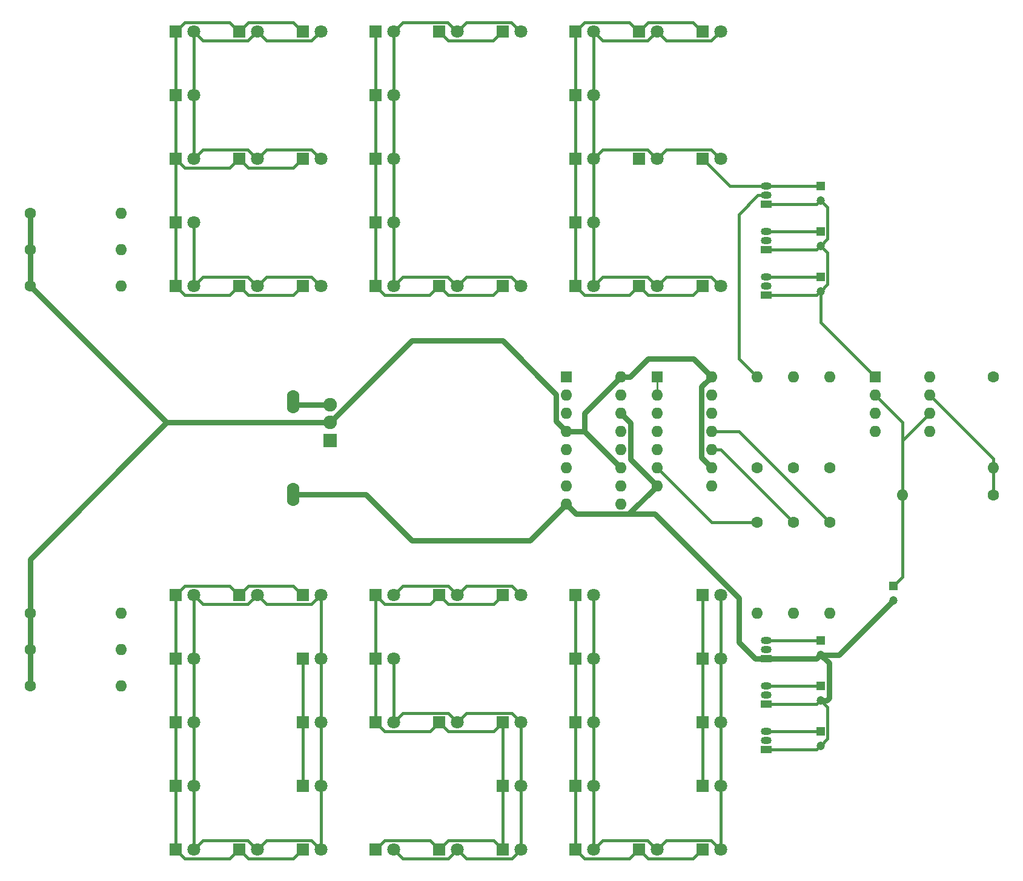
<source format=gtl>
%TF.GenerationSoftware,KiCad,Pcbnew,(6.0.2)*%
%TF.CreationDate,2022-04-07T11:24:37-04:00*%
%TF.ProjectId,Grad_Cap_v2,47726164-5f43-4617-905f-76322e6b6963,v01*%
%TF.SameCoordinates,Original*%
%TF.FileFunction,Copper,L1,Top*%
%TF.FilePolarity,Positive*%
%FSLAX46Y46*%
G04 Gerber Fmt 4.6, Leading zero omitted, Abs format (unit mm)*
G04 Created by KiCad (PCBNEW (6.0.2)) date 2022-04-07 11:24:37*
%MOMM*%
%LPD*%
G01*
G04 APERTURE LIST*
%TA.AperFunction,ComponentPad*%
%ADD10R,1.600000X1.600000*%
%TD*%
%TA.AperFunction,ComponentPad*%
%ADD11O,1.600000X1.600000*%
%TD*%
%TA.AperFunction,ComponentPad*%
%ADD12R,1.800000X1.800000*%
%TD*%
%TA.AperFunction,ComponentPad*%
%ADD13C,1.800000*%
%TD*%
%TA.AperFunction,ComponentPad*%
%ADD14R,1.200000X1.200000*%
%TD*%
%TA.AperFunction,ComponentPad*%
%ADD15C,1.200000*%
%TD*%
%TA.AperFunction,ComponentPad*%
%ADD16C,1.600000*%
%TD*%
%TA.AperFunction,ComponentPad*%
%ADD17R,1.500000X1.050000*%
%TD*%
%TA.AperFunction,ComponentPad*%
%ADD18O,1.500000X1.050000*%
%TD*%
%TA.AperFunction,ComponentPad*%
%ADD19O,1.750000X3.300000*%
%TD*%
%TA.AperFunction,ComponentPad*%
%ADD20R,1.900000X1.900000*%
%TD*%
%TA.AperFunction,ComponentPad*%
%ADD21C,1.900000*%
%TD*%
%TA.AperFunction,Conductor*%
%ADD22C,0.762000*%
%TD*%
%TA.AperFunction,Conductor*%
%ADD23C,0.381000*%
%TD*%
%TA.AperFunction,Conductor*%
%ADD24C,0.250000*%
%TD*%
G04 APERTURE END LIST*
D10*
%TO.P,U3,1,DSA*%
%TO.N,Net-(U2-Pad7)*%
X181620000Y-85080000D03*
D11*
%TO.P,U3,2,DSB*%
X181620000Y-87620000D03*
%TO.P,U3,3,Q0*%
%TO.N,Net-(R10-Pad1)*%
X181620000Y-90160000D03*
%TO.P,U3,4,Q1*%
%TO.N,Net-(R11-Pad1)*%
X181620000Y-92700000D03*
%TO.P,U3,5,Q2*%
%TO.N,Net-(R12-Pad1)*%
X181620000Y-95240000D03*
%TO.P,U3,6,Q3*%
%TO.N,Net-(R13-Pad1)*%
X181620000Y-97780000D03*
%TO.P,U3,7,GND*%
%TO.N,GND*%
X181620000Y-100320000D03*
%TO.P,U3,8,CP*%
%TO.N,Net-(U1-Pad3)*%
X189240000Y-100320000D03*
%TO.P,U3,9,~{MR}*%
%TO.N,VCC*%
X189240000Y-97780000D03*
%TO.P,U3,10,Q4*%
%TO.N,Net-(R14-Pad1)*%
X189240000Y-95240000D03*
%TO.P,U3,11,Q5*%
%TO.N,Net-(R9-Pad1)*%
X189240000Y-92700000D03*
%TO.P,U3,12,Q6*%
%TO.N,unconnected-(U3-Pad12)*%
X189240000Y-90160000D03*
%TO.P,U3,13,Q7*%
%TO.N,unconnected-(U3-Pad13)*%
X189240000Y-87620000D03*
%TO.P,U3,14,VCC*%
%TO.N,VCC*%
X189240000Y-85080000D03*
%TD*%
D12*
%TO.P,D30,1,K*%
%TO.N,Net-(C4-Pad1)*%
X151130000Y-72390000D03*
D13*
%TO.P,D30,2,A*%
%TO.N,Net-(D23-Pad2)*%
X153670000Y-72390000D03*
%TD*%
D12*
%TO.P,D4,1,K*%
%TO.N,Net-(C2-Pad1)*%
X170180000Y-133350000D03*
D13*
%TO.P,D4,2,A*%
%TO.N,Net-(D1-Pad2)*%
X172720000Y-133350000D03*
%TD*%
D12*
%TO.P,D32,1,K*%
%TO.N,Net-(C5-Pad1)*%
X170180000Y-36830000D03*
D13*
%TO.P,D32,2,A*%
%TO.N,Net-(D32-Pad2)*%
X172720000Y-36830000D03*
%TD*%
D14*
%TO.P,C7,1*%
%TO.N,Net-(C7-Pad1)*%
X204470000Y-128270000D03*
D15*
%TO.P,C7,2*%
%TO.N,GND*%
X204470000Y-130270000D03*
%TD*%
D10*
%TO.P,U1,1,GND*%
%TO.N,GND*%
X212100000Y-85100000D03*
D11*
%TO.P,U1,2,TR*%
%TO.N,Net-(C1-Pad1)*%
X212100000Y-87640000D03*
%TO.P,U1,3,Q*%
%TO.N,Net-(U1-Pad3)*%
X212100000Y-90180000D03*
%TO.P,U1,4,R*%
%TO.N,unconnected-(U1-Pad4)*%
X212100000Y-92720000D03*
%TO.P,U1,5,CV*%
%TO.N,unconnected-(U1-Pad5)*%
X219720000Y-92720000D03*
%TO.P,U1,6,THR*%
%TO.N,Net-(C1-Pad1)*%
X219720000Y-90180000D03*
%TO.P,U1,7,DIS*%
%TO.N,Net-(R3-Pad2)*%
X219720000Y-87640000D03*
%TO.P,U1,8,VCC*%
%TO.N,VCC*%
X219720000Y-85100000D03*
%TD*%
D12*
%TO.P,D18,1,K*%
%TO.N,Net-(C2-Pad1)*%
X187960000Y-124460000D03*
D13*
%TO.P,D18,2,A*%
%TO.N,Net-(D1-Pad2)*%
X190500000Y-124460000D03*
%TD*%
D12*
%TO.P,D20,1,K*%
%TO.N,Net-(C2-Pad1)*%
X187960000Y-115570000D03*
D13*
%TO.P,D20,2,A*%
%TO.N,Net-(D1-Pad2)*%
X190500000Y-115570000D03*
%TD*%
D12*
%TO.P,D14,1,K*%
%TO.N,Net-(C2-Pad1)*%
X187960000Y-151130000D03*
D13*
%TO.P,D14,2,A*%
%TO.N,Net-(D1-Pad2)*%
X190500000Y-151130000D03*
%TD*%
D12*
%TO.P,D3,1,K*%
%TO.N,Net-(C3-Pad1)*%
X114300000Y-36830000D03*
D13*
%TO.P,D3,2,A*%
%TO.N,Net-(D11-Pad2)*%
X116840000Y-36830000D03*
%TD*%
D12*
%TO.P,D47,1,K*%
%TO.N,Net-(C6-Pad1)*%
X114300000Y-142240000D03*
D13*
%TO.P,D47,2,A*%
%TO.N,Net-(D42-Pad2)*%
X116840000Y-142240000D03*
%TD*%
D12*
%TO.P,D63,1,K*%
%TO.N,Net-(C6-Pad1)*%
X123190000Y-151130000D03*
D13*
%TO.P,D63,2,A*%
%TO.N,Net-(D42-Pad2)*%
X125730000Y-151130000D03*
%TD*%
D14*
%TO.P,C3,1*%
%TO.N,Net-(C3-Pad1)*%
X204470000Y-71120000D03*
D15*
%TO.P,C3,2*%
%TO.N,GND*%
X204470000Y-73120000D03*
%TD*%
D12*
%TO.P,D5,1,K*%
%TO.N,Net-(C3-Pad1)*%
X114300000Y-45720000D03*
D13*
%TO.P,D5,2,A*%
%TO.N,Net-(D11-Pad2)*%
X116840000Y-45720000D03*
%TD*%
D12*
%TO.P,D33,1,K*%
%TO.N,Net-(C5-Pad1)*%
X170180000Y-45720000D03*
D13*
%TO.P,D33,2,A*%
%TO.N,Net-(D32-Pad2)*%
X172720000Y-45720000D03*
%TD*%
D14*
%TO.P,C6,1*%
%TO.N,Net-(C6-Pad1)*%
X204470000Y-134620000D03*
D15*
%TO.P,C6,2*%
%TO.N,GND*%
X204470000Y-136620000D03*
%TD*%
D12*
%TO.P,D25,1,K*%
%TO.N,Net-(C4-Pad1)*%
X142240000Y-54610000D03*
D13*
%TO.P,D25,2,A*%
%TO.N,Net-(D23-Pad2)*%
X144780000Y-54610000D03*
%TD*%
D16*
%TO.P,R6,1*%
%TO.N,VCC*%
X93980000Y-62230000D03*
D11*
%TO.P,R6,2*%
%TO.N,Net-(D32-Pad2)*%
X106680000Y-62230000D03*
%TD*%
D14*
%TO.P,C1,1*%
%TO.N,Net-(C1-Pad1)*%
X214630000Y-114300000D03*
D15*
%TO.P,C1,2*%
%TO.N,GND*%
X214630000Y-116300000D03*
%TD*%
D16*
%TO.P,R13,1*%
%TO.N,Net-(R13-Pad1)*%
X195580000Y-105410000D03*
D11*
%TO.P,R13,2*%
%TO.N,Net-(Q5-Pad2)*%
X195580000Y-118110000D03*
%TD*%
D12*
%TO.P,D38,1,K*%
%TO.N,Net-(C5-Pad1)*%
X187960000Y-36830000D03*
D13*
%TO.P,D38,2,A*%
%TO.N,Net-(D32-Pad2)*%
X190500000Y-36830000D03*
%TD*%
D12*
%TO.P,D16,1,K*%
%TO.N,Net-(C2-Pad1)*%
X187960000Y-133350000D03*
D13*
%TO.P,D16,2,A*%
%TO.N,Net-(D1-Pad2)*%
X190500000Y-133350000D03*
%TD*%
D12*
%TO.P,D51,1,K*%
%TO.N,Net-(C6-Pad1)*%
X123190000Y-115570000D03*
D13*
%TO.P,D51,2,A*%
%TO.N,Net-(D42-Pad2)*%
X125730000Y-115570000D03*
%TD*%
D12*
%TO.P,D40,1,K*%
%TO.N,Net-(C5-Pad1)*%
X187960000Y-54610000D03*
D13*
%TO.P,D40,2,A*%
%TO.N,Net-(D32-Pad2)*%
X190500000Y-54610000D03*
%TD*%
D16*
%TO.P,R3,1*%
%TO.N,VCC*%
X228600000Y-85090000D03*
D11*
%TO.P,R3,2*%
%TO.N,Net-(R3-Pad2)*%
X228600000Y-97790000D03*
%TD*%
D12*
%TO.P,D24,1,K*%
%TO.N,Net-(C4-Pad1)*%
X142240000Y-45720000D03*
D13*
%TO.P,D24,2,A*%
%TO.N,Net-(D23-Pad2)*%
X144780000Y-45720000D03*
%TD*%
D14*
%TO.P,C2,1*%
%TO.N,Net-(C2-Pad1)*%
X204470000Y-121920000D03*
D15*
%TO.P,C2,2*%
%TO.N,GND*%
X204470000Y-123920000D03*
%TD*%
D14*
%TO.P,C5,1*%
%TO.N,Net-(C5-Pad1)*%
X204470000Y-58420000D03*
D15*
%TO.P,C5,2*%
%TO.N,GND*%
X204470000Y-60420000D03*
%TD*%
D12*
%TO.P,D28,1,K*%
%TO.N,Net-(C4-Pad1)*%
X151130000Y-36830000D03*
D13*
%TO.P,D28,2,A*%
%TO.N,Net-(D23-Pad2)*%
X153670000Y-36830000D03*
%TD*%
D12*
%TO.P,D22,1,K*%
%TO.N,Net-(C3-Pad1)*%
X132080000Y-72390000D03*
D13*
%TO.P,D22,2,A*%
%TO.N,Net-(D11-Pad2)*%
X134620000Y-72390000D03*
%TD*%
D12*
%TO.P,D15,1,K*%
%TO.N,Net-(C3-Pad1)*%
X132080000Y-36830000D03*
D13*
%TO.P,D15,2,A*%
%TO.N,Net-(D11-Pad2)*%
X134620000Y-36830000D03*
%TD*%
D12*
%TO.P,D1,1,K*%
%TO.N,Net-(C2-Pad1)*%
X170180000Y-115570000D03*
D13*
%TO.P,D1,2,A*%
%TO.N,Net-(D1-Pad2)*%
X172720000Y-115570000D03*
%TD*%
D17*
%TO.P,Q1,1,E*%
%TO.N,GND*%
X196850000Y-124460000D03*
D18*
%TO.P,Q1,2,B*%
%TO.N,Net-(Q1-Pad2)*%
X196850000Y-123190000D03*
%TO.P,Q1,3,C*%
%TO.N,Net-(C2-Pad1)*%
X196850000Y-121920000D03*
%TD*%
D12*
%TO.P,D64,1,K*%
%TO.N,Net-(C7-Pad1)*%
X151150011Y-151130000D03*
D13*
%TO.P,D64,2,A*%
%TO.N,Net-(D46-Pad2)*%
X153690011Y-151130000D03*
%TD*%
D12*
%TO.P,D50,1,K*%
%TO.N,Net-(C7-Pad1)*%
X142260011Y-133350000D03*
D13*
%TO.P,D50,2,A*%
%TO.N,Net-(D46-Pad2)*%
X144800011Y-133350000D03*
%TD*%
D12*
%TO.P,D60,1,K*%
%TO.N,Net-(C7-Pad1)*%
X151150011Y-115570000D03*
D13*
%TO.P,D60,2,A*%
%TO.N,Net-(D46-Pad2)*%
X153690011Y-115570000D03*
%TD*%
D12*
%TO.P,D37,1,K*%
%TO.N,Net-(C5-Pad1)*%
X179070000Y-36830000D03*
D13*
%TO.P,D37,2,A*%
%TO.N,Net-(D32-Pad2)*%
X181610000Y-36830000D03*
%TD*%
D12*
%TO.P,D61,1,K*%
%TO.N,Net-(C6-Pad1)*%
X132080000Y-151130000D03*
D13*
%TO.P,D61,2,A*%
%TO.N,Net-(D42-Pad2)*%
X134620000Y-151130000D03*
%TD*%
D12*
%TO.P,D58,1,K*%
%TO.N,Net-(C7-Pad1)*%
X160040011Y-151130000D03*
D13*
%TO.P,D58,2,A*%
%TO.N,Net-(D46-Pad2)*%
X162580011Y-151130000D03*
%TD*%
D12*
%TO.P,D44,1,K*%
%TO.N,Net-(C6-Pad1)*%
X114300000Y-124460000D03*
D13*
%TO.P,D44,2,A*%
%TO.N,Net-(D42-Pad2)*%
X116840000Y-124460000D03*
%TD*%
D17*
%TO.P,Q5,1,E*%
%TO.N,GND*%
X196850000Y-137160000D03*
D18*
%TO.P,Q5,2,B*%
%TO.N,Net-(Q5-Pad2)*%
X196850000Y-135890000D03*
%TO.P,Q5,3,C*%
%TO.N,Net-(C6-Pad1)*%
X196850000Y-134620000D03*
%TD*%
D12*
%TO.P,D21,1,K*%
%TO.N,Net-(C3-Pad1)*%
X132080000Y-54610000D03*
D13*
%TO.P,D21,2,A*%
%TO.N,Net-(D11-Pad2)*%
X134620000Y-54610000D03*
%TD*%
D12*
%TO.P,D36,1,K*%
%TO.N,Net-(C5-Pad1)*%
X170180000Y-72390000D03*
D13*
%TO.P,D36,2,A*%
%TO.N,Net-(D32-Pad2)*%
X172720000Y-72390000D03*
%TD*%
D12*
%TO.P,D31,1,K*%
%TO.N,Net-(C4-Pad1)*%
X160020000Y-72390000D03*
D13*
%TO.P,D31,2,A*%
%TO.N,Net-(D23-Pad2)*%
X162560000Y-72390000D03*
%TD*%
D16*
%TO.P,R10,1*%
%TO.N,Net-(R10-Pad1)*%
X200660000Y-97790000D03*
D11*
%TO.P,R10,2*%
%TO.N,Net-(Q2-Pad2)*%
X200660000Y-85090000D03*
%TD*%
D17*
%TO.P,Q2,1,E*%
%TO.N,GND*%
X196850000Y-73660000D03*
D18*
%TO.P,Q2,2,B*%
%TO.N,Net-(Q2-Pad2)*%
X196850000Y-72390000D03*
%TO.P,Q2,3,C*%
%TO.N,Net-(C3-Pad1)*%
X196850000Y-71120000D03*
%TD*%
D12*
%TO.P,D35,1,K*%
%TO.N,Net-(C5-Pad1)*%
X170180000Y-63500000D03*
D13*
%TO.P,D35,2,A*%
%TO.N,Net-(D32-Pad2)*%
X172720000Y-63500000D03*
%TD*%
D12*
%TO.P,D29,1,K*%
%TO.N,Net-(C4-Pad1)*%
X160020000Y-36830000D03*
D13*
%TO.P,D29,2,A*%
%TO.N,Net-(D23-Pad2)*%
X162560000Y-36830000D03*
%TD*%
D12*
%TO.P,D52,1,K*%
%TO.N,Net-(C7-Pad1)*%
X151150011Y-133350000D03*
D13*
%TO.P,D52,2,A*%
%TO.N,Net-(D46-Pad2)*%
X153690011Y-133350000D03*
%TD*%
D16*
%TO.P,R2,1*%
%TO.N,VCC*%
X93980000Y-72390000D03*
D11*
%TO.P,R2,2*%
%TO.N,Net-(D11-Pad2)*%
X106680000Y-72390000D03*
%TD*%
D12*
%TO.P,D42,1,K*%
%TO.N,Net-(C6-Pad1)*%
X114300000Y-115570000D03*
D13*
%TO.P,D42,2,A*%
%TO.N,Net-(D42-Pad2)*%
X116840000Y-115570000D03*
%TD*%
D12*
%TO.P,D8,1,K*%
%TO.N,Net-(C2-Pad1)*%
X170180000Y-142240000D03*
D13*
%TO.P,D8,2,A*%
%TO.N,Net-(D1-Pad2)*%
X172720000Y-142240000D03*
%TD*%
D12*
%TO.P,D10,1,K*%
%TO.N,Net-(C2-Pad1)*%
X170180000Y-151130000D03*
D13*
%TO.P,D10,2,A*%
%TO.N,Net-(D1-Pad2)*%
X172720000Y-151130000D03*
%TD*%
D12*
%TO.P,D7,1,K*%
%TO.N,Net-(C3-Pad1)*%
X114300000Y-54610000D03*
D13*
%TO.P,D7,2,A*%
%TO.N,Net-(D11-Pad2)*%
X116840000Y-54610000D03*
%TD*%
D12*
%TO.P,D53,1,K*%
%TO.N,Net-(C6-Pad1)*%
X132080000Y-115570000D03*
D13*
%TO.P,D53,2,A*%
%TO.N,Net-(D42-Pad2)*%
X134620000Y-115570000D03*
%TD*%
D12*
%TO.P,D56,1,K*%
%TO.N,Net-(C7-Pad1)*%
X160040011Y-142240000D03*
D13*
%TO.P,D56,2,A*%
%TO.N,Net-(D46-Pad2)*%
X162580011Y-142240000D03*
%TD*%
D12*
%TO.P,D65,1,K*%
%TO.N,Net-(C7-Pad1)*%
X142260011Y-151130000D03*
D13*
%TO.P,D65,2,A*%
%TO.N,Net-(D46-Pad2)*%
X144800011Y-151130000D03*
%TD*%
D16*
%TO.P,R4,1*%
%TO.N,Net-(R3-Pad2)*%
X228600000Y-101600000D03*
D11*
%TO.P,R4,2*%
%TO.N,Net-(C1-Pad1)*%
X215900000Y-101600000D03*
%TD*%
D12*
%TO.P,D46,1,K*%
%TO.N,Net-(C7-Pad1)*%
X142260011Y-115570000D03*
D13*
%TO.P,D46,2,A*%
%TO.N,Net-(D46-Pad2)*%
X144800011Y-115570000D03*
%TD*%
D12*
%TO.P,D54,1,K*%
%TO.N,Net-(C7-Pad1)*%
X160040011Y-133350000D03*
D13*
%TO.P,D54,2,A*%
%TO.N,Net-(D46-Pad2)*%
X162580011Y-133350000D03*
%TD*%
D12*
%TO.P,D41,1,K*%
%TO.N,Net-(C5-Pad1)*%
X179070000Y-72390000D03*
D13*
%TO.P,D41,2,A*%
%TO.N,Net-(D32-Pad2)*%
X181610000Y-72390000D03*
%TD*%
D12*
%TO.P,D43,1,K*%
%TO.N,Net-(C5-Pad1)*%
X187960000Y-72390000D03*
D13*
%TO.P,D43,2,A*%
%TO.N,Net-(D32-Pad2)*%
X190500000Y-72390000D03*
%TD*%
D16*
%TO.P,R1,1*%
%TO.N,VCC*%
X93980000Y-118110000D03*
D11*
%TO.P,R1,2*%
%TO.N,Net-(D1-Pad2)*%
X106680000Y-118110000D03*
%TD*%
D17*
%TO.P,Q4,1,E*%
%TO.N,GND*%
X196850000Y-60960000D03*
D18*
%TO.P,Q4,2,B*%
%TO.N,Net-(Q4-Pad2)*%
X196850000Y-59690000D03*
%TO.P,Q4,3,C*%
%TO.N,Net-(C5-Pad1)*%
X196850000Y-58420000D03*
%TD*%
D12*
%TO.P,D23,1,K*%
%TO.N,Net-(C4-Pad1)*%
X142240000Y-36830000D03*
D13*
%TO.P,D23,2,A*%
%TO.N,Net-(D23-Pad2)*%
X144780000Y-36830000D03*
%TD*%
D19*
%TO.P,BAT1,NEG*%
%TO.N,GND*%
X130730000Y-101510000D03*
%TO.P,BAT1,POS*%
%TO.N,Net-(BAT1-PadPOS)*%
X130730000Y-88560000D03*
%TD*%
D12*
%TO.P,D19,1,K*%
%TO.N,Net-(C3-Pad1)*%
X123190000Y-54610000D03*
D13*
%TO.P,D19,2,A*%
%TO.N,Net-(D11-Pad2)*%
X125730000Y-54610000D03*
%TD*%
D20*
%TO.P,S1,1*%
%TO.N,unconnected-(S1-Pad1)*%
X135890000Y-93980000D03*
D21*
%TO.P,S1,2*%
%TO.N,VCC*%
X135890000Y-91480000D03*
%TO.P,S1,3*%
%TO.N,Net-(BAT1-PadPOS)*%
X135890000Y-88980000D03*
%TD*%
D12*
%TO.P,D13,1,K*%
%TO.N,Net-(C3-Pad1)*%
X123190000Y-72390000D03*
D13*
%TO.P,D13,2,A*%
%TO.N,Net-(D11-Pad2)*%
X125730000Y-72390000D03*
%TD*%
D12*
%TO.P,D12,1,K*%
%TO.N,Net-(C2-Pad1)*%
X179070000Y-151130000D03*
D13*
%TO.P,D12,2,A*%
%TO.N,Net-(D1-Pad2)*%
X181610000Y-151130000D03*
%TD*%
D12*
%TO.P,D11,1,K*%
%TO.N,Net-(C3-Pad1)*%
X114300000Y-72390000D03*
D13*
%TO.P,D11,2,A*%
%TO.N,Net-(D11-Pad2)*%
X116840000Y-72390000D03*
%TD*%
D12*
%TO.P,D6,1,K*%
%TO.N,Net-(C2-Pad1)*%
X187960000Y-142240000D03*
D13*
%TO.P,D6,2,A*%
%TO.N,Net-(D1-Pad2)*%
X190500000Y-142240000D03*
%TD*%
D12*
%TO.P,D59,1,K*%
%TO.N,Net-(C6-Pad1)*%
X132080000Y-142240000D03*
D13*
%TO.P,D59,2,A*%
%TO.N,Net-(D42-Pad2)*%
X134620000Y-142240000D03*
%TD*%
D14*
%TO.P,C4,1*%
%TO.N,Net-(C4-Pad1)*%
X204470000Y-64770000D03*
D15*
%TO.P,C4,2*%
%TO.N,GND*%
X204470000Y-66770000D03*
%TD*%
D12*
%TO.P,D26,1,K*%
%TO.N,Net-(C4-Pad1)*%
X142240000Y-63500000D03*
D13*
%TO.P,D26,2,A*%
%TO.N,Net-(D23-Pad2)*%
X144780000Y-63500000D03*
%TD*%
D10*
%TO.P,U2,1,B*%
%TO.N,unconnected-(U2-Pad1)*%
X168910000Y-85080000D03*
D11*
%TO.P,U2,2,QB*%
%TO.N,unconnected-(U2-Pad2)*%
X168910000Y-87620000D03*
%TO.P,U2,3,QA*%
%TO.N,unconnected-(U2-Pad3)*%
X168910000Y-90160000D03*
%TO.P,U2,4,DOWN*%
%TO.N,VCC*%
X168910000Y-92700000D03*
%TO.P,U2,5,UP*%
%TO.N,Net-(U1-Pad3)*%
X168910000Y-95240000D03*
%TO.P,U2,6,QC*%
%TO.N,unconnected-(U2-Pad6)*%
X168910000Y-97780000D03*
%TO.P,U2,7,QD*%
%TO.N,Net-(U2-Pad7)*%
X168910000Y-100320000D03*
%TO.P,U2,8,GND*%
%TO.N,GND*%
X168910000Y-102860000D03*
%TO.P,U2,9,D*%
%TO.N,unconnected-(U2-Pad9)*%
X176530000Y-102860000D03*
%TO.P,U2,10,C*%
%TO.N,unconnected-(U2-Pad10)*%
X176530000Y-100320000D03*
%TO.P,U2,11,~{LOAD}*%
%TO.N,VCC*%
X176530000Y-97780000D03*
%TO.P,U2,12,~{CO}*%
%TO.N,unconnected-(U2-Pad12)*%
X176530000Y-95240000D03*
%TO.P,U2,13,~{BO}*%
%TO.N,unconnected-(U2-Pad13)*%
X176530000Y-92700000D03*
%TO.P,U2,14,CLR*%
%TO.N,GND*%
X176530000Y-90160000D03*
%TO.P,U2,15,A*%
%TO.N,unconnected-(U2-Pad15)*%
X176530000Y-87620000D03*
%TO.P,U2,16,VCC*%
%TO.N,VCC*%
X176530000Y-85080000D03*
%TD*%
D12*
%TO.P,D62,1,K*%
%TO.N,Net-(C7-Pad1)*%
X160040011Y-115570000D03*
D13*
%TO.P,D62,2,A*%
%TO.N,Net-(D46-Pad2)*%
X162580011Y-115570000D03*
%TD*%
D12*
%TO.P,D34,1,K*%
%TO.N,Net-(C5-Pad1)*%
X170180000Y-54610000D03*
D13*
%TO.P,D34,2,A*%
%TO.N,Net-(D32-Pad2)*%
X172720000Y-54610000D03*
%TD*%
D12*
%TO.P,D17,1,K*%
%TO.N,Net-(C3-Pad1)*%
X123190000Y-36830000D03*
D13*
%TO.P,D17,2,A*%
%TO.N,Net-(D11-Pad2)*%
X125730000Y-36830000D03*
%TD*%
D16*
%TO.P,R12,1*%
%TO.N,Net-(R12-Pad1)*%
X195580000Y-97790000D03*
D11*
%TO.P,R12,2*%
%TO.N,Net-(Q4-Pad2)*%
X195580000Y-85090000D03*
%TD*%
D16*
%TO.P,R7,1*%
%TO.N,VCC*%
X93980000Y-128270000D03*
D11*
%TO.P,R7,2*%
%TO.N,Net-(D42-Pad2)*%
X106680000Y-128270000D03*
%TD*%
D17*
%TO.P,Q3,1,E*%
%TO.N,GND*%
X196850000Y-67310000D03*
D18*
%TO.P,Q3,2,B*%
%TO.N,Net-(Q3-Pad2)*%
X196850000Y-66040000D03*
%TO.P,Q3,3,C*%
%TO.N,Net-(C4-Pad1)*%
X196850000Y-64770000D03*
%TD*%
D12*
%TO.P,D45,1,K*%
%TO.N,Net-(C6-Pad1)*%
X114300000Y-133350000D03*
D13*
%TO.P,D45,2,A*%
%TO.N,Net-(D42-Pad2)*%
X116840000Y-133350000D03*
%TD*%
D16*
%TO.P,R5,1*%
%TO.N,VCC*%
X93980000Y-67310000D03*
D11*
%TO.P,R5,2*%
%TO.N,Net-(D23-Pad2)*%
X106680000Y-67310000D03*
%TD*%
D16*
%TO.P,R14,1*%
%TO.N,Net-(R14-Pad1)*%
X200660000Y-105410000D03*
D11*
%TO.P,R14,2*%
%TO.N,Net-(Q6-Pad2)*%
X200660000Y-118110000D03*
%TD*%
D16*
%TO.P,R9,1*%
%TO.N,Net-(R9-Pad1)*%
X205740000Y-105410000D03*
D11*
%TO.P,R9,2*%
%TO.N,Net-(Q1-Pad2)*%
X205740000Y-118110000D03*
%TD*%
D12*
%TO.P,D2,1,K*%
%TO.N,Net-(C2-Pad1)*%
X170180000Y-124460000D03*
D13*
%TO.P,D2,2,A*%
%TO.N,Net-(D1-Pad2)*%
X172720000Y-124460000D03*
%TD*%
D12*
%TO.P,D27,1,K*%
%TO.N,Net-(C4-Pad1)*%
X142240000Y-72390000D03*
D13*
%TO.P,D27,2,A*%
%TO.N,Net-(D23-Pad2)*%
X144780000Y-72390000D03*
%TD*%
D16*
%TO.P,R11,1*%
%TO.N,Net-(R11-Pad1)*%
X205740000Y-97790000D03*
D11*
%TO.P,R11,2*%
%TO.N,Net-(Q3-Pad2)*%
X205740000Y-85090000D03*
%TD*%
D16*
%TO.P,R8,1*%
%TO.N,VCC*%
X93980000Y-123190000D03*
D11*
%TO.P,R8,2*%
%TO.N,Net-(D46-Pad2)*%
X106680000Y-123190000D03*
%TD*%
D12*
%TO.P,D39,1,K*%
%TO.N,Net-(C5-Pad1)*%
X179070000Y-54610000D03*
D13*
%TO.P,D39,2,A*%
%TO.N,Net-(D32-Pad2)*%
X181610000Y-54610000D03*
%TD*%
D12*
%TO.P,D49,1,K*%
%TO.N,Net-(C6-Pad1)*%
X114300000Y-151130000D03*
D13*
%TO.P,D49,2,A*%
%TO.N,Net-(D42-Pad2)*%
X116840000Y-151130000D03*
%TD*%
D12*
%TO.P,D48,1,K*%
%TO.N,Net-(C7-Pad1)*%
X142260011Y-124460000D03*
D13*
%TO.P,D48,2,A*%
%TO.N,Net-(D46-Pad2)*%
X144800011Y-124460000D03*
%TD*%
D12*
%TO.P,D57,1,K*%
%TO.N,Net-(C6-Pad1)*%
X132080000Y-133350000D03*
D13*
%TO.P,D57,2,A*%
%TO.N,Net-(D42-Pad2)*%
X134620000Y-133350000D03*
%TD*%
D17*
%TO.P,Q6,1,E*%
%TO.N,GND*%
X196850000Y-130810000D03*
D18*
%TO.P,Q6,2,B*%
%TO.N,Net-(Q6-Pad2)*%
X196850000Y-129540000D03*
%TO.P,Q6,3,C*%
%TO.N,Net-(C7-Pad1)*%
X196850000Y-128270000D03*
%TD*%
D12*
%TO.P,D9,1,K*%
%TO.N,Net-(C3-Pad1)*%
X114300000Y-63500000D03*
D13*
%TO.P,D9,2,A*%
%TO.N,Net-(D11-Pad2)*%
X116840000Y-63500000D03*
%TD*%
D12*
%TO.P,D55,1,K*%
%TO.N,Net-(C6-Pad1)*%
X132080000Y-124460000D03*
D13*
%TO.P,D55,2,A*%
%TO.N,Net-(D42-Pad2)*%
X134620000Y-124460000D03*
%TD*%
D22*
%TO.N,VCC*%
X187859489Y-86460511D02*
X187859489Y-96399489D01*
X187859489Y-96399489D02*
X189240000Y-97780000D01*
X189240000Y-85080000D02*
X187859489Y-86460511D01*
D23*
%TO.N,Net-(R14-Pad1)*%
X190490000Y-95240000D02*
X200660000Y-105410000D01*
X189240000Y-95240000D02*
X190490000Y-95240000D01*
%TO.N,Net-(R9-Pad1)*%
X193030000Y-92700000D02*
X205740000Y-105410000D01*
X189240000Y-92700000D02*
X193030000Y-92700000D01*
D22*
%TO.N,VCC*%
X186710000Y-82550000D02*
X189240000Y-85080000D01*
X177810000Y-85080000D02*
X180340000Y-82550000D01*
X176530000Y-85080000D02*
X177810000Y-85080000D01*
X180340000Y-82550000D02*
X186710000Y-82550000D01*
X113070000Y-91480000D02*
X93980000Y-72390000D01*
X171450000Y-90160000D02*
X176530000Y-85080000D01*
X93980000Y-118110000D02*
X93980000Y-110570000D01*
X167529489Y-91319489D02*
X168910000Y-92700000D01*
X168910000Y-92700000D02*
X171450000Y-92700000D01*
X171450000Y-92700000D02*
X171450000Y-90160000D01*
X167529489Y-87519489D02*
X167529489Y-91319489D01*
X93980000Y-128270000D02*
X93980000Y-123190000D01*
X93980000Y-110570000D02*
X113070000Y-91480000D01*
X93980000Y-67310000D02*
X93980000Y-62230000D01*
X93980000Y-118110000D02*
X93980000Y-123190000D01*
X93980000Y-72390000D02*
X93980000Y-67310000D01*
X171450000Y-92700000D02*
X176530000Y-97780000D01*
X135890000Y-91480000D02*
X113070000Y-91480000D01*
X135890000Y-91480000D02*
X147360000Y-80010000D01*
X147360000Y-80010000D02*
X160020000Y-80010000D01*
X160020000Y-80010000D02*
X167529489Y-87519489D01*
%TO.N,Net-(BAT1-PadPOS)*%
X131150000Y-88980000D02*
X130730000Y-88560000D01*
X135890000Y-88980000D02*
X131150000Y-88980000D01*
%TO.N,GND*%
X204470000Y-123920000D02*
X207010000Y-123920000D01*
X168910000Y-102860000D02*
X170290511Y-104240511D01*
X196850000Y-124460000D02*
X203930000Y-124460000D01*
D23*
X205460011Y-67760011D02*
X205460011Y-72129989D01*
X203930000Y-67310000D02*
X204470000Y-66770000D01*
D22*
X163820000Y-107950000D02*
X168910000Y-102860000D01*
X177910511Y-96610511D02*
X177910511Y-91540511D01*
X140880000Y-101510000D02*
X147320000Y-107950000D01*
X193040000Y-116016240D02*
X193040000Y-122162000D01*
X177910511Y-91540511D02*
X176530000Y-90160000D01*
X195338000Y-124460000D02*
X196850000Y-124460000D01*
D23*
X196850000Y-60960000D02*
X203930000Y-60960000D01*
D22*
X207010000Y-123920000D02*
X214630000Y-116300000D01*
D23*
X203930000Y-130810000D02*
X204470000Y-130270000D01*
X203930000Y-60960000D02*
X204470000Y-60420000D01*
D22*
X205650511Y-125100511D02*
X205650511Y-129938017D01*
X205318528Y-130270000D02*
X204470000Y-130270000D01*
D23*
X196850000Y-137160000D02*
X203930000Y-137160000D01*
D22*
X181264271Y-104240511D02*
X193040000Y-116016240D01*
X177699489Y-104240511D02*
X181264271Y-104240511D01*
D23*
X204470000Y-66770000D02*
X205460011Y-67760011D01*
X196850000Y-130810000D02*
X203930000Y-130810000D01*
X196850000Y-67310000D02*
X203930000Y-67310000D01*
X205460011Y-135629989D02*
X204470000Y-136620000D01*
X204470000Y-73120000D02*
X204470000Y-77470000D01*
D22*
X203930000Y-124460000D02*
X204470000Y-123920000D01*
X177699489Y-104240511D02*
X181620000Y-100320000D01*
D23*
X205460011Y-65779989D02*
X204470000Y-66770000D01*
X204470000Y-60420000D02*
X205460011Y-61410011D01*
X205460011Y-131260011D02*
X205460011Y-135629989D01*
D22*
X205650511Y-129938017D02*
X205318528Y-130270000D01*
X147320000Y-107950000D02*
X163820000Y-107950000D01*
D23*
X205460011Y-72129989D02*
X204470000Y-73120000D01*
X203930000Y-73660000D02*
X204470000Y-73120000D01*
D22*
X204470000Y-123920000D02*
X205650511Y-125100511D01*
D23*
X204470000Y-130270000D02*
X205460011Y-131260011D01*
X196850000Y-73660000D02*
X203930000Y-73660000D01*
X203930000Y-137160000D02*
X204470000Y-136620000D01*
X205460011Y-61410011D02*
X205460011Y-65779989D01*
X204470000Y-77470000D02*
X212100000Y-85100000D01*
D22*
X193040000Y-122162000D02*
X195338000Y-124460000D01*
X170290511Y-104240511D02*
X177699489Y-104240511D01*
X130730000Y-101510000D02*
X140880000Y-101510000D01*
X181620000Y-100320000D02*
X177910511Y-96610511D01*
D23*
%TO.N,Net-(D32-Pad2)*%
X189209989Y-53319989D02*
X190500000Y-54610000D01*
X181610000Y-72390000D02*
X182900011Y-71099989D01*
X172720000Y-54610000D02*
X172720000Y-63500000D01*
X172720000Y-63500000D02*
X172720000Y-72390000D01*
X182900011Y-71099989D02*
X189209989Y-71099989D01*
X189209989Y-71099989D02*
X190500000Y-72390000D01*
X172720000Y-45720000D02*
X172720000Y-54610000D01*
X174010011Y-38120011D02*
X172720000Y-36830000D01*
X182900011Y-38120011D02*
X181610000Y-36830000D01*
X182900011Y-53319989D02*
X189209989Y-53319989D01*
X174010011Y-71099989D02*
X180319989Y-71099989D01*
X180319989Y-71099989D02*
X181610000Y-72390000D01*
X180319989Y-38120011D02*
X174010011Y-38120011D01*
X172720000Y-72390000D02*
X174010011Y-71099989D01*
X181610000Y-54610000D02*
X182900011Y-53319989D01*
X172720000Y-36830000D02*
X172720000Y-45720000D01*
X190500000Y-36830000D02*
X189209989Y-38120011D01*
X180319989Y-53319989D02*
X181610000Y-54610000D01*
X172720000Y-54610000D02*
X174010011Y-53319989D01*
X189209989Y-38120011D02*
X182900011Y-38120011D01*
X174010011Y-53319989D02*
X180319989Y-53319989D01*
X181610000Y-36830000D02*
X180319989Y-38120011D01*
%TO.N,Net-(D1-Pad2)*%
X172720000Y-142240000D02*
X172720000Y-133350000D01*
X190500000Y-151130000D02*
X190500000Y-142240000D01*
X190500000Y-133350000D02*
X190500000Y-142240000D01*
X190500000Y-115570000D02*
X190500000Y-124460000D01*
X189209989Y-149839989D02*
X190500000Y-151130000D01*
X182900011Y-149839989D02*
X189209989Y-149839989D01*
X172720000Y-151130000D02*
X174010011Y-149839989D01*
X190500000Y-133350000D02*
X190500000Y-124460000D01*
X172720000Y-151130000D02*
X172720000Y-142240000D01*
X180319989Y-149839989D02*
X181610000Y-151130000D01*
X172720000Y-124460000D02*
X172720000Y-115570000D01*
X174010011Y-149839989D02*
X180319989Y-149839989D01*
X172720000Y-133350000D02*
X172720000Y-124460000D01*
X181610000Y-151130000D02*
X182900011Y-149839989D01*
%TO.N,Net-(D11-Pad2)*%
X118130011Y-53319989D02*
X124439989Y-53319989D01*
X125730000Y-72390000D02*
X127020011Y-71099989D01*
X116840000Y-45720000D02*
X116840000Y-54610000D01*
X133329989Y-71099989D02*
X134620000Y-72390000D01*
X127020011Y-38120011D02*
X125730000Y-36830000D01*
X124439989Y-53319989D02*
X125730000Y-54610000D01*
X116840000Y-63500000D02*
X116840000Y-72390000D01*
X118130011Y-71099989D02*
X124439989Y-71099989D01*
X116840000Y-36830000D02*
X116840000Y-45720000D01*
X127020011Y-71099989D02*
X133329989Y-71099989D01*
X125730000Y-36830000D02*
X124439989Y-38120011D01*
X127020011Y-53319989D02*
X133329989Y-53319989D01*
X134620000Y-36830000D02*
X133329989Y-38120011D01*
X124439989Y-71099989D02*
X125730000Y-72390000D01*
X118130011Y-38120011D02*
X116840000Y-36830000D01*
X116840000Y-72390000D02*
X118130011Y-71099989D01*
X133329989Y-53319989D02*
X134620000Y-54610000D01*
X125730000Y-54610000D02*
X127020011Y-53319989D01*
X133329989Y-38120011D02*
X127020011Y-38120011D01*
X124439989Y-38120011D02*
X118130011Y-38120011D01*
X116840000Y-54610000D02*
X118130011Y-53319989D01*
%TO.N,Net-(R3-Pad2)*%
X228600000Y-97790000D02*
X228600000Y-101600000D01*
X219720000Y-87640000D02*
X228600000Y-96520000D01*
X228600000Y-96520000D02*
X228600000Y-97790000D01*
%TO.N,Net-(C1-Pad1)*%
X219720000Y-90180000D02*
X215900000Y-94000000D01*
X215900000Y-91440000D02*
X212100000Y-87640000D01*
X215900000Y-94000000D02*
X215900000Y-91440000D01*
X215900000Y-101600000D02*
X215900000Y-113030000D01*
X215900000Y-113030000D02*
X214630000Y-114300000D01*
X215900000Y-94000000D02*
X215900000Y-101600000D01*
%TO.N,Net-(D23-Pad2)*%
X153670000Y-36830000D02*
X152379989Y-35539989D01*
X144780000Y-45720000D02*
X144780000Y-54610000D01*
X144780000Y-54610000D02*
X144780000Y-63500000D01*
X152379989Y-35539989D02*
X146070011Y-35539989D01*
X144780000Y-63500000D02*
X144780000Y-72390000D01*
X144780000Y-72390000D02*
X146070011Y-71099989D01*
X152379989Y-71099989D02*
X153670000Y-72390000D01*
X161269989Y-35539989D02*
X154960011Y-35539989D01*
X146070011Y-71099989D02*
X152379989Y-71099989D01*
X154960011Y-35539989D02*
X153670000Y-36830000D01*
X153670000Y-72390000D02*
X154960011Y-71099989D01*
X146070011Y-35539989D02*
X144780000Y-36830000D01*
X161269989Y-71099989D02*
X162560000Y-72390000D01*
X154960011Y-71099989D02*
X161269989Y-71099989D01*
X144780000Y-36830000D02*
X144780000Y-45720000D01*
X162560000Y-36830000D02*
X161269989Y-35539989D01*
%TO.N,Net-(D42-Pad2)*%
X134620000Y-115570000D02*
X134620000Y-124460000D01*
X125730000Y-115570000D02*
X127020011Y-116860011D01*
X134620000Y-142240000D02*
X134620000Y-133350000D01*
X134620000Y-151130000D02*
X134620000Y-142240000D01*
X116840000Y-115570000D02*
X116840000Y-124460000D01*
X125730000Y-151130000D02*
X127020011Y-149839989D01*
X116840000Y-142240000D02*
X116840000Y-151130000D01*
X133329989Y-116860011D02*
X134620000Y-115570000D01*
X116840000Y-133350000D02*
X116840000Y-142240000D01*
X127020011Y-149839989D02*
X133329989Y-149839989D01*
X116840000Y-124460000D02*
X116840000Y-133350000D01*
X116840000Y-115570000D02*
X118130011Y-116860011D01*
X118130011Y-149839989D02*
X124439989Y-149839989D01*
X124439989Y-149839989D02*
X125730000Y-151130000D01*
X124439989Y-116860011D02*
X125730000Y-115570000D01*
X118130011Y-116860011D02*
X124439989Y-116860011D01*
X134620000Y-124460000D02*
X134620000Y-133350000D01*
X133329989Y-149839989D02*
X134620000Y-151130000D01*
X116840000Y-151130000D02*
X118130011Y-149839989D01*
X127020011Y-116860011D02*
X133329989Y-116860011D01*
%TO.N,Net-(D46-Pad2)*%
X144800011Y-133350000D02*
X146090022Y-132059989D01*
X152400000Y-132059989D02*
X153690011Y-133350000D01*
X146090022Y-114279989D02*
X144800011Y-115570000D01*
X152400000Y-152420011D02*
X146090022Y-152420011D01*
X152400000Y-114279989D02*
X146090022Y-114279989D01*
X161290000Y-132059989D02*
X162580011Y-133350000D01*
X146090022Y-132059989D02*
X152400000Y-132059989D01*
X154980022Y-132059989D02*
X161290000Y-132059989D01*
X162580011Y-151130000D02*
X161290000Y-152420011D01*
X154980022Y-114279989D02*
X153690011Y-115570000D01*
X161290000Y-114279989D02*
X154980022Y-114279989D01*
X153690011Y-133350000D02*
X154980022Y-132059989D01*
X154980022Y-152420011D02*
X153690011Y-151130000D01*
X162580011Y-115570000D02*
X161290000Y-114279989D01*
X144800011Y-124460000D02*
X144800011Y-133350000D01*
X146090022Y-152420011D02*
X144800011Y-151130000D01*
X162580011Y-142240000D02*
X162580011Y-151130000D01*
X153690011Y-151130000D02*
X152400000Y-152420011D01*
X161290000Y-152420011D02*
X154980022Y-152420011D01*
X153690011Y-115570000D02*
X152400000Y-114279989D01*
X162580011Y-133350000D02*
X162580011Y-142240000D01*
%TO.N,Net-(Q4-Pad2)*%
X193040000Y-62369000D02*
X193040000Y-82550000D01*
X195719000Y-59690000D02*
X193040000Y-62369000D01*
X196850000Y-59690000D02*
X195719000Y-59690000D01*
X193040000Y-82550000D02*
X195580000Y-85090000D01*
%TO.N,Net-(R13-Pad1)*%
X181620000Y-97780000D02*
X189250000Y-105410000D01*
X189250000Y-105410000D02*
X195580000Y-105410000D01*
%TO.N,Net-(C7-Pad1)*%
X142260011Y-124460000D02*
X142260011Y-133350000D01*
X151150011Y-115570000D02*
X149860000Y-116860011D01*
X158750000Y-134640011D02*
X160040011Y-133350000D01*
X149860000Y-134640011D02*
X151150011Y-133350000D01*
X160040011Y-142240000D02*
X160040011Y-151130000D01*
X158750000Y-116860011D02*
X152440022Y-116860011D01*
X152440022Y-116860011D02*
X151150011Y-115570000D01*
X152440022Y-134640011D02*
X158750000Y-134640011D01*
X158750000Y-149839989D02*
X152440022Y-149839989D01*
X151150011Y-133350000D02*
X152440022Y-134640011D01*
X149860000Y-149839989D02*
X143550022Y-149839989D01*
X160040011Y-115570000D02*
X158750000Y-116860011D01*
X196850000Y-128270000D02*
X204470000Y-128270000D01*
X151150011Y-151130000D02*
X149860000Y-149839989D01*
X143550022Y-149839989D02*
X142260011Y-151130000D01*
X142260011Y-115570000D02*
X142260011Y-124460000D01*
X160040011Y-133350000D02*
X160040011Y-142240000D01*
X143550022Y-134640011D02*
X149860000Y-134640011D01*
X142260011Y-133350000D02*
X143550022Y-134640011D01*
X149860000Y-116860011D02*
X143550022Y-116860011D01*
X143550022Y-116860011D02*
X142260011Y-115570000D01*
X160040011Y-151130000D02*
X158750000Y-149839989D01*
X152440022Y-149839989D02*
X151150011Y-151130000D01*
%TO.N,Net-(C6-Pad1)*%
X114300000Y-133350000D02*
X114300000Y-142240000D01*
X132080000Y-133350000D02*
X132080000Y-124460000D01*
X124480011Y-114279989D02*
X123190000Y-115570000D01*
X196850000Y-134620000D02*
X204470000Y-134620000D01*
X114300000Y-124460000D02*
X114300000Y-133350000D01*
X123190000Y-115570000D02*
X121899989Y-114279989D01*
X124480011Y-152420011D02*
X130789989Y-152420011D01*
X114300000Y-115570000D02*
X114300000Y-124460000D01*
X132080000Y-142240000D02*
X132080000Y-133350000D01*
X115590011Y-152420011D02*
X121899989Y-152420011D01*
X114300000Y-142240000D02*
X114300000Y-151130000D01*
X123190000Y-151130000D02*
X124480011Y-152420011D01*
X132080000Y-115570000D02*
X130789989Y-114279989D01*
X114300000Y-151130000D02*
X115590011Y-152420011D01*
X130789989Y-152420011D02*
X132080000Y-151130000D01*
X130789989Y-114279989D02*
X124480011Y-114279989D01*
X121899989Y-114279989D02*
X115590011Y-114279989D01*
X121899989Y-152420011D02*
X123190000Y-151130000D01*
X115590011Y-114279989D02*
X114300000Y-115570000D01*
%TO.N,Net-(C5-Pad1)*%
X191770000Y-58420000D02*
X196850000Y-58420000D01*
X179070000Y-72390000D02*
X180360011Y-73680011D01*
X170180000Y-36830000D02*
X170180000Y-45720000D01*
X179070000Y-36830000D02*
X177779989Y-35539989D01*
X171470011Y-73680011D02*
X177779989Y-73680011D01*
X171470011Y-35539989D02*
X170180000Y-36830000D01*
X196850000Y-58420000D02*
X204470000Y-58420000D01*
X186669989Y-73680011D02*
X187960000Y-72390000D01*
X186669989Y-35539989D02*
X180360011Y-35539989D01*
X170180000Y-45720000D02*
X170180000Y-54610000D01*
X170180000Y-54610000D02*
X170180000Y-63500000D01*
X187960000Y-54610000D02*
X191770000Y-58420000D01*
X177779989Y-73680011D02*
X179070000Y-72390000D01*
X180360011Y-35539989D02*
X179070000Y-36830000D01*
X170180000Y-72390000D02*
X171470011Y-73680011D01*
X170180000Y-63500000D02*
X170180000Y-72390000D01*
X177779989Y-35539989D02*
X171470011Y-35539989D01*
X187960000Y-36830000D02*
X186669989Y-35539989D01*
X180360011Y-73680011D02*
X186669989Y-73680011D01*
%TO.N,Net-(C4-Pad1)*%
X152420011Y-38120011D02*
X151130000Y-36830000D01*
X142240000Y-63500000D02*
X142240000Y-54610000D01*
X160020000Y-36830000D02*
X158729989Y-38120011D01*
X142240000Y-45720000D02*
X142240000Y-36830000D01*
X158729989Y-73680011D02*
X160020000Y-72390000D01*
X158729989Y-38120011D02*
X152420011Y-38120011D01*
X142240000Y-72390000D02*
X143530011Y-73680011D01*
X142240000Y-54610000D02*
X142240000Y-45720000D01*
X151130000Y-72390000D02*
X152420011Y-73680011D01*
X152420011Y-73680011D02*
X158729989Y-73680011D01*
X142240000Y-63500000D02*
X142240000Y-72390000D01*
X149839989Y-73680011D02*
X151130000Y-72390000D01*
X196850000Y-64770000D02*
X204470000Y-64770000D01*
X143530011Y-73680011D02*
X149839989Y-73680011D01*
%TO.N,Net-(C3-Pad1)*%
X124480011Y-55900011D02*
X130789989Y-55900011D01*
X114300000Y-63500000D02*
X114300000Y-72390000D01*
X114300000Y-54610000D02*
X115590011Y-55900011D01*
X130789989Y-55900011D02*
X132080000Y-54610000D01*
X124480011Y-35539989D02*
X123190000Y-36830000D01*
X130789989Y-73680011D02*
X132080000Y-72390000D01*
X121899989Y-55900011D02*
X123190000Y-54610000D01*
X114300000Y-54610000D02*
X114300000Y-63500000D01*
X121899989Y-35539989D02*
X115590011Y-35539989D01*
X132080000Y-36830000D02*
X130789989Y-35539989D01*
X115590011Y-73680011D02*
X121899989Y-73680011D01*
X130789989Y-35539989D02*
X124480011Y-35539989D01*
X123190000Y-36830000D02*
X121899989Y-35539989D01*
X114300000Y-72390000D02*
X115590011Y-73680011D01*
X121899989Y-73680011D02*
X123190000Y-72390000D01*
X196850000Y-71120000D02*
X204470000Y-71120000D01*
X114300000Y-45720000D02*
X114300000Y-54610000D01*
X124480011Y-73680011D02*
X130789989Y-73680011D01*
X115590011Y-35539989D02*
X114300000Y-36830000D01*
X115590011Y-55900011D02*
X121899989Y-55900011D01*
X114300000Y-36830000D02*
X114300000Y-45720000D01*
X123190000Y-72390000D02*
X124480011Y-73680011D01*
X123190000Y-54610000D02*
X124480011Y-55900011D01*
%TO.N,Net-(C2-Pad1)*%
X170180000Y-133350000D02*
X170180000Y-142240000D01*
X170180000Y-142240000D02*
X170180000Y-151130000D01*
X171470011Y-152420011D02*
X177779989Y-152420011D01*
X187960000Y-124460000D02*
X187960000Y-133350000D01*
X187960000Y-142240000D02*
X187960000Y-133350000D01*
X186669989Y-152420011D02*
X187960000Y-151130000D01*
X196850000Y-121920000D02*
X204470000Y-121920000D01*
X187960000Y-124460000D02*
X187960000Y-115570000D01*
X170180000Y-151130000D02*
X171470011Y-152420011D01*
X177779989Y-152420011D02*
X179070000Y-151130000D01*
X170180000Y-115570000D02*
X170180000Y-124460000D01*
X180360011Y-152420011D02*
X186669989Y-152420011D01*
X179070000Y-151130000D02*
X180360011Y-152420011D01*
X170180000Y-124460000D02*
X170180000Y-133350000D01*
D24*
%TO.N,Net-(U2-Pad7)*%
X181620000Y-85080000D02*
X181620000Y-87620000D01*
%TD*%
M02*

</source>
